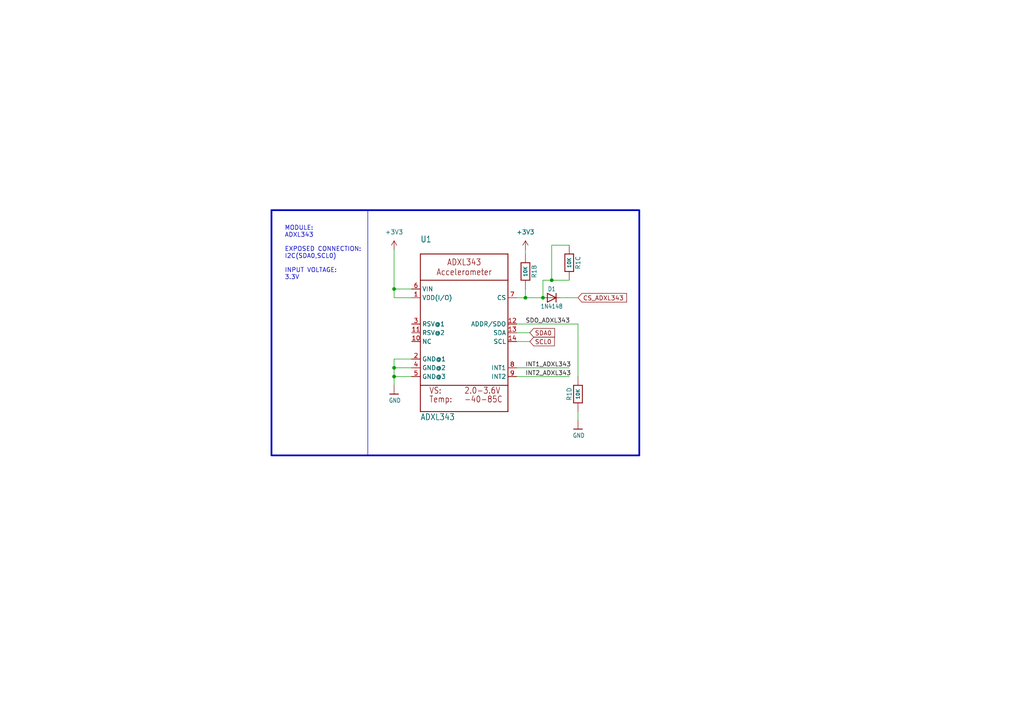
<source format=kicad_sch>
(kicad_sch (version 20230121) (generator eeschema)
  (paper "A4")
  (lib_symbols
    (symbol "Adafruit ADXL375-eagle-import:ACCEL_ADXL343"
      (property "Reference" "U" (at -12.7 26.162 0))
      (symbol "ACCEL_ADXL343_1_0"
        (polyline (pts (xy -12.7 -22.86) (xy 12.7 -22.86)) (stroke (width 0.254)))
        (polyline (pts (xy -12.7 -15.24) (xy -12.7 -22.86)) (stroke (width 0.254)))
        (polyline (pts (xy -12.7 -15.24) (xy -12.7 15.24)) (stroke (width 0.254)))
        (polyline (pts (xy -12.7 15.24) (xy 12.7 15.24)) (stroke (width 0.254)))
        (polyline (pts (xy -12.7 22.86) (xy -12.7 15.24)) (stroke (width 0.254)))
        (polyline (pts (xy -12.7 22.86) (xy 12.7 22.86)) (stroke (width 0.254)))
        (polyline (pts (xy 12.7 -15.24) (xy -12.7 -15.24)) (stroke (width 0.254)))
        (polyline (pts (xy 12.7 -15.24) (xy 12.7 -22.86)) (stroke (width 0.254)))
        (polyline (pts (xy 12.7 15.24) (xy 12.7 -15.24)) (stroke (width 0.254)))
        (polyline (pts (xy 12.7 22.86) (xy 12.7 15.24)) (stroke (width 0.254)))
        (text "-40-85C" (at 0 -20.32 0) (effects (font (size 1.778 1.5113)) (justify left bottom)))
        (text "2.0-3.6V" (at 0 -17.78 0) (effects (font (size 1.778 1.5113)) (justify left bottom)))
        (text "ADXL343\nAccelerometer" (at 0 19.05 0) (effects (font (size 1.778 1.5113))))
        (text "Temp:" (at -10.16 -20.32 0) (effects (font (size 1.778 1.5113)) (justify left bottom)))
        (text "VS:" (at -10.16 -17.78 0) (effects (font (size 1.778 1.5113)) (justify left bottom)))
        (pin bidirectional line (at -15.24 10.16 0) (length 2.54) (name "VDD(I/O)") (number "1"))
        (pin bidirectional line (at -15.24 -2.54 0) (length 2.54) (name "NC") (number "10"))
        (pin bidirectional line (at -15.24 0 0) (length 2.54) (name "RSV@2") (number "11"))
        (pin bidirectional line (at 15.24 2.54 180) (length 2.54) (name "ADDR/SDO") (number "12"))
        (pin bidirectional line (at 15.24 0 180) (length 2.54) (name "SDA") (number "13"))
        (pin bidirectional line (at 15.24 -2.54 180) (length 2.54) (name "SCL") (number "14"))
        (pin bidirectional line (at -15.24 -7.62 0) (length 2.54) (name "GND@1") (number "2"))
        (pin bidirectional line (at -15.24 2.54 0) (length 2.54) (name "RSV@1") (number "3"))
        (pin bidirectional line (at -15.24 -10.16 0) (length 2.54) (name "GND@2") (number "4"))
        (pin bidirectional line (at -15.24 -12.7 0) (length 2.54) (name "GND@3") (number "5"))
        (pin bidirectional line (at -15.24 12.7 0) (length 2.54) (name "VIN") (number "6"))
        (pin bidirectional line (at 15.24 10.16 180) (length 2.54) (name "CS") (number "7"))
        (pin bidirectional line (at 15.24 -10.16 180) (length 2.54) (name "INT1") (number "8"))
        (pin bidirectional line (at 15.24 -12.7 180) (length 2.54) (name "INT2") (number "9"))
      )
    )
    (symbol "Adafruit ADXL375-eagle-import:DIODESOD-323"
      (property "Reference" "D" (at 0 2.54 0))
      (symbol "DIODESOD-323_1_0"
        (polyline (pts (xy -1.27 -1.27) (xy 1.27 0)) (stroke (width 0.254)))
        (polyline (pts (xy -1.27 1.27) (xy -1.27 -1.27)) (stroke (width 0.254)))
        (polyline (pts (xy 1.27 0) (xy -1.27 1.27)) (stroke (width 0.254)))
        (polyline (pts (xy 1.27 0) (xy 1.27 -1.27)) (stroke (width 0.254)))
        (polyline (pts (xy 1.27 1.27) (xy 1.27 0)) (stroke (width 0.254)))
        (pin passive line (at -2.54 0 0) (length 2.54) (name "A") (number "A"))
        (pin passive line (at 2.54 0 180) (length 2.54) (name "C") (number "C"))
      )
    )
    (symbol "Adafruit ADXL375-eagle-import:GND" (power)
      (property "Value" "GND" (at -1.524 -2.54 0))
      (symbol "GND_1_0"
        (polyline (pts (xy -1.27 0) (xy 1.27 0)) (stroke (width 0.254)))
        (pin power_in line (at 0 2.54 270) (length 2.54) (name "GND") (number "1"))
      )
    )
    (symbol "Adafruit ADXL375-eagle-import:RESISTOR_4PACK"
      (property "Reference" "R" (at 0 2.54 0))
      (symbol "RESISTOR_4PACK_1_0"
        (polyline (pts (xy -2.54 -1.27) (xy -2.54 1.27)) (stroke (width 0.254)))
        (polyline (pts (xy -2.54 1.27) (xy 2.54 1.27)) (stroke (width 0.254)))
        (polyline (pts (xy 2.54 -1.27) (xy -2.54 -1.27)) (stroke (width 0.254)))
        (polyline (pts (xy 2.54 1.27) (xy 2.54 -1.27)) (stroke (width 0.254)))
        (pin passive line (at -5.08 0 0) (length 2.54) (name "1") (number "1"))
        (pin passive line (at 5.08 0 180) (length 2.54) (name "2") (number "8"))
      )
      (symbol "RESISTOR_4PACK_2_0"
        (polyline (pts (xy -2.54 -1.27) (xy -2.54 1.27)) (stroke (width 0.254)))
        (polyline (pts (xy -2.54 1.27) (xy 2.54 1.27)) (stroke (width 0.254)))
        (polyline (pts (xy 2.54 -1.27) (xy -2.54 -1.27)) (stroke (width 0.254)))
        (polyline (pts (xy 2.54 1.27) (xy 2.54 -1.27)) (stroke (width 0.254)))
        (pin passive line (at -5.08 0 0) (length 2.54) (name "1") (number "2"))
        (pin passive line (at 5.08 0 180) (length 2.54) (name "2") (number "7"))
      )
      (symbol "RESISTOR_4PACK_3_0"
        (polyline (pts (xy -2.54 -1.27) (xy -2.54 1.27)) (stroke (width 0.254)))
        (polyline (pts (xy -2.54 1.27) (xy 2.54 1.27)) (stroke (width 0.254)))
        (polyline (pts (xy 2.54 -1.27) (xy -2.54 -1.27)) (stroke (width 0.254)))
        (polyline (pts (xy 2.54 1.27) (xy 2.54 -1.27)) (stroke (width 0.254)))
        (pin passive line (at -5.08 0 0) (length 2.54) (name "1") (number "3"))
        (pin passive line (at 5.08 0 180) (length 2.54) (name "2") (number "6"))
      )
      (symbol "RESISTOR_4PACK_4_0"
        (polyline (pts (xy -2.54 -1.27) (xy -2.54 1.27)) (stroke (width 0.254)))
        (polyline (pts (xy -2.54 1.27) (xy 2.54 1.27)) (stroke (width 0.254)))
        (polyline (pts (xy 2.54 -1.27) (xy -2.54 -1.27)) (stroke (width 0.254)))
        (polyline (pts (xy 2.54 1.27) (xy 2.54 -1.27)) (stroke (width 0.254)))
        (pin passive line (at -5.08 0 0) (length 2.54) (name "1") (number "4"))
        (pin passive line (at 5.08 0 180) (length 2.54) (name "2") (number "5"))
      )
    )
    (symbol "power:+3V3" (power) (pin_names (offset 0))
      (property "Value" "+3V3" (at 0 3.556 0))
      (symbol "+3V3_0_1"
        (polyline (pts (xy -0.762 1.27) (xy 0 2.54)))
        (polyline (pts (xy 0 0) (xy 0 2.54)))
        (polyline (pts (xy 0 2.54) (xy 0.762 1.27)))
      )
      (symbol "+3V3_1_1"
        (pin power_in line (at 0 0 90) (length 0) hide (name "+3V3") (number "1"))
      )
    )
  )
  (junction (at 114.3 109.22))
  (junction (at 114.3 83.82))
  (junction (at 157.48 86.36))
  (junction (at 114.3 106.68))
  (junction (at 152.4 86.36))
  (junction (at 160.02 81.28))
  (wire (pts (xy 149.86 93.98) (xy 167.64 93.98)) (stroke (width 0.1524)))
  (wire (pts (xy 149.86 99.06) (xy 153.67 99.06)) (stroke (width 0.1524)))
  (wire (pts (xy 114.3 109.22) (xy 114.3 111.76)) (stroke (width 0.1524)))
  (wire (pts (xy 114.3 86.36) (xy 114.3 83.82)) (stroke (width 0.1524)))
  (wire (pts (xy 114.3 83.82) (xy 114.3 72.39)) (stroke (width 0.1524)))
  (wire (pts (xy 152.4 72.39) (xy 152.4 73.66)) (stroke (width 0.1524)))
  (wire (pts (xy 152.4 86.36) (xy 149.86 86.36)) (stroke (width 0.1524)))
  (wire (pts (xy 167.64 119.38) (xy 167.64 121.92)) (stroke (width 0.1524)))
  (wire (pts (xy 149.86 109.22) (xy 165.1 109.22)) (stroke (width 0.1524)))
  (wire (pts (xy 152.4 86.36) (xy 157.48 86.36)) (stroke (width 0.1524)))
  (wire (pts (xy 119.38 106.68) (xy 114.3 106.68)) (stroke (width 0.1524)))
  (wire (pts (xy 119.38 86.36) (xy 114.3 86.36)) (stroke (width 0.1524)))
  (wire (pts (xy 114.3 83.82) (xy 119.38 83.82)) (stroke (width 0.1524)))
  (wire (pts (xy 165.1 71.12) (xy 160.02 71.12)) (stroke (width 0.1524)))
  (wire (pts (xy 160.02 71.12) (xy 160.02 81.28)) (stroke (width 0.1524)))
  (wire (pts (xy 162.56 86.36) (xy 167.64 86.36)) (stroke (width 0.1524)))
  (wire (pts (xy 157.48 81.28) (xy 160.02 81.28)) (stroke (width 0.1524)))
  (wire (pts (xy 149.86 106.68) (xy 165.1 106.68)) (stroke (width 0.1524)))
  (wire (pts (xy 152.4 86.36) (xy 152.4 83.82)) (stroke (width 0.1524)))
  (wire (pts (xy 114.3 106.68) (xy 114.3 109.22)) (stroke (width 0.1524)))
  (wire (pts (xy 160.02 81.28) (xy 165.1 81.28)) (stroke (width 0.1524)))
  (wire (pts (xy 119.38 109.22) (xy 114.3 109.22)) (stroke (width 0.1524)))
  (wire (pts (xy 114.3 104.14) (xy 114.3 106.68)) (stroke (width 0.1524)))
  (wire (pts (xy 119.38 104.14) (xy 114.3 104.14)) (stroke (width 0.1524)))
  (wire (pts (xy 167.64 93.98) (xy 167.64 109.22)) (stroke (width 0.1524)))
  (wire (pts (xy 157.48 86.36) (xy 157.48 81.28)) (stroke (width 0.1524)))
  (wire (pts (xy 149.86 96.52) (xy 153.67 96.52)) (stroke (width 0.1524)))
  (rectangle (start 78.74 60.96) (end 185.42 132.08) (stroke (width 0.5)))
  (rectangle (start 78.74 60.96) (end 106.68 132.08))
  (text "MODULE:\nADXL343\n\nEXPOSED CONNECTION: \nI2C(SDA0,SCL0)\n\nINPUT VOLTAGE:\n3.3V" (at 82.55 81.28 0) (effects (font (size 1.27 1.27)) (justify left bottom)))
  (label "INT1_ADXL343" (at 152.4 106.68 0) (effects (font (size 1.2446 1.2446))))
  (label "INT2_ADXL343" (at 152.4 109.22 0) (effects (font (size 1.2446 1.2446))))
  (label "SDO_ADXL343" (at 152.4 93.98 0) (effects (font (size 1.2446 1.2446))))
  (global_label "SCL0" (shape input) (at 153.67 99.06 0) (property "Intersheetrefs" "${INTERSHEET_REFS}" (effects hide)))
  (global_label "SDA0" (shape input) (at 153.67 96.52 0) (property "Intersheetrefs" "${INTERSHEET_REFS}" (effects hide)))
  (global_label "CS_ADXL343" (shape input) (at 167.64 86.36 0) (property "Intersheetrefs" "${INTERSHEET_REFS}" (effects hide)))
  (symbol (lib_id "power:+3V3") (at 152.4 72.39 0) (unit 1)
    (property "Reference" "#PWR02" (effects hide))
    (property "Value" "+3V3" (at 152.4 67.31 0))
  )
  (symbol (lib_id "power:+3V3") (at 114.3 72.39 0) (unit 1)
    (property "Reference" "#PWR01" (effects hide))
    (property "Value" "+3V3" (at 114.3 67.31 0))
  )
  (symbol (lib_id "Adafruit ADXL375-eagle-import:RESISTOR_4PACK") (at 167.64 114.3 90) (unit 4)
    (property "Reference" "R1" (at 165.1 114.3 0))
    (property "Value" "10K" (at 167.64 114.3 0) (effects (font (size 1.016 1.016) bold)))
    (property "Footprint" "Adafruit ADXL375:RESPACK_4X0603" (effects hide))
  )
  (symbol (lib_id "Adafruit ADXL375-eagle-import:GND") (at 114.3 114.3 0) (unit 1)
    (property "Reference" "#U$02" (effects hide))
    (property "Value" "GND" (at 112.776 116.84 0) (effects (font (size 1.27 1.0795)) (justify left bottom)))
  )
  (symbol (lib_id "Adafruit ADXL375-eagle-import:ACCEL_ADXL343") (at 134.62 96.52 0) (unit 1)
    (property "Reference" "U1" (at 121.92 70.358 0) (effects (font (size 1.778 1.5113)) (justify left bottom)))
    (property "Value" "ADXL343" (at 121.92 121.92 0) (effects (font (size 1.778 1.5113)) (justify left bottom)))
    (property "Footprint" "Adafruit ADXL375:LGA14" (effects hide))
  )
  (symbol (lib_id "Adafruit ADXL375-eagle-import:DIODESOD-323") (at 160.02 86.36 0) (unit 1)
    (property "Reference" "D1" (at 160.02 83.82 0) (effects (font (size 1.27 1.0795))))
    (property "Value" "1N4148" (at 160.02 88.86 0) (effects (font (size 1.27 1.0795))))
    (property "Footprint" "Adafruit ADXL375:SOD-323" (effects hide))
  )
  (symbol (lib_id "Adafruit ADXL375-eagle-import:GND") (at 167.64 124.46 0) (unit 1)
    (property "Reference" "#U$04" (effects hide))
    (property "Value" "GND" (at 166.116 127 0) (effects (font (size 1.27 1.0795)) (justify left bottom)))
  )
  (symbol (lib_id "Adafruit ADXL375-eagle-import:RESISTOR_4PACK") (at 152.4 78.74 270) (unit 2)
    (property "Reference" "R1" (at 154.94 78.74 0))
    (property "Value" "10K" (at 152.4 78.74 0) (effects (font (size 1.016 1.016) bold)))
    (property "Footprint" "Adafruit ADXL375:RESPACK_4X0603" (effects hide))
  )
  (symbol (lib_id "Adafruit ADXL375-eagle-import:RESISTOR_4PACK") (at 165.1 76.2 270) (unit 3)
    (property "Reference" "R1" (at 167.64 76.2 0))
    (property "Value" "10K" (at 165.1 76.2 0) (effects (font (size 1.016 1.016) bold)))
    (property "Footprint" "Adafruit ADXL375:RESPACK_4X0603" (effects hide))
  )
)
</source>
